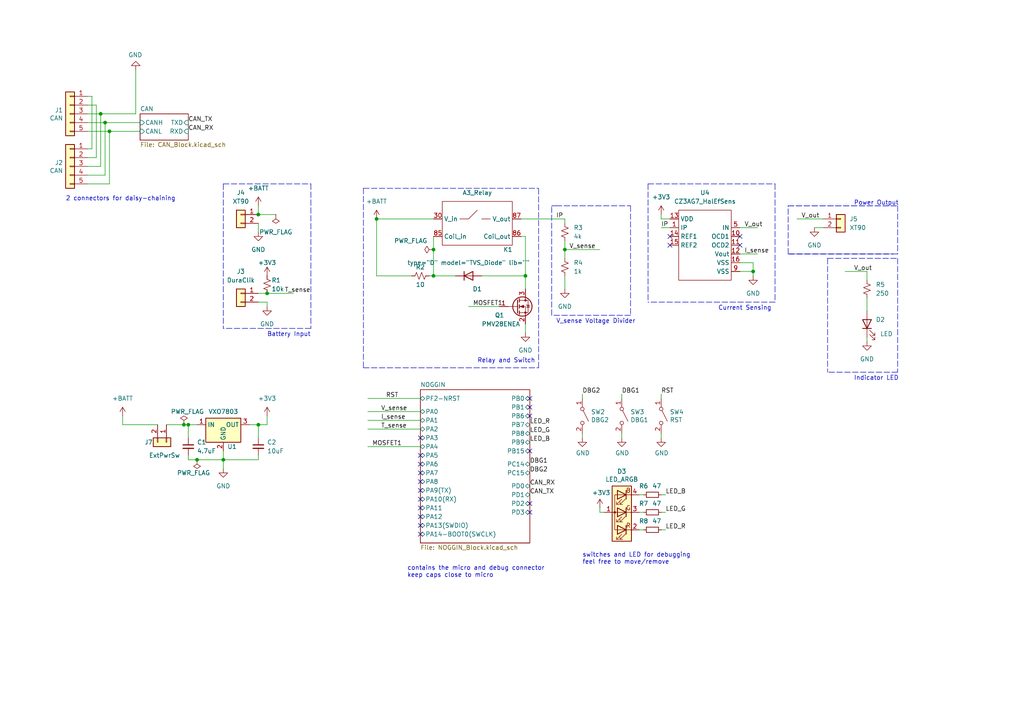
<source format=kicad_sch>
(kicad_sch (version 20211123) (generator eeschema)
  (paper "A4")
  (lib_symbols
    (symbol "BMS_Library:A3_Relay"
      (property "Reference" "K" (at 6.35 -10.16 0))
      (property "Value" "A3_Relay" (at 0 5.08 0))
      (symbol "A3_Relay_0_1"
        (rectangle (start -10.16 3.81) (end 10.16 -8.89))
        (polyline (pts (xy 1.27 -1.27) (xy 3.81 -1.27)))
        (polyline (pts (xy -5.08 -1.27) (xy -2.54 -1.27) (xy 0 1.27)))
      )
      (symbol "A3_Relay_1_1"
        (pin power_in line (at -12.7 -1.27 0) (length 2.54) (name "V_in") (number "30"))
        (pin power_in line (at -12.7 -6.35 0) (length 2.54) (name "Coil_in") (number "85"))
        (pin power_out line (at 12.7 -6.35 180) (length 2.54) (name "Coil_out") (number "86"))
        (pin power_out line (at 12.7 -1.27 180) (length 2.54) (name "V_out") (number "87"))
      )
    )
    (symbol "BMS_Library:CZ3AG7_HalEfSens"
      (property "Reference" "U" (at -1.27 8.89 0))
      (property "Value" "CZ3AG7_HalEfSens" (at -1.27 -13.97 0))
      (symbol "CZ3AG7_HalEfSens_0_1"
        (rectangle (start -8.89 7.62) (end 6.35 -12.7))
      )
      (symbol "CZ3AG7_HalEfSens_1_1"
        (pin input line (at -11.43 2.54 0) (length 2.54) (name "IP") (number "1"))
        (pin output line (at 8.89 0 180) (length 2.54) (name "OCD1") (number "10"))
        (pin output line (at 8.89 -2.54 180) (length 2.54) (name "OCD2") (number "11"))
        (pin output line (at 8.89 -5.08 180) (length 2.54) (name "Vout") (number "12"))
        (pin power_in line (at -11.43 5.08 0) (length 2.54) (name "VDD") (number "13"))
        (pin input line (at -11.43 0 0) (length 2.54) (name "REF1") (number "14"))
        (pin input line (at -11.43 -2.54 0) (length 2.54) (name "REF2") (number "15"))
        (pin power_in line (at 8.89 -7.62 180) (length 2.54) (name "VSS") (number "16"))
        (pin output line (at 8.89 2.54 180) (length 2.54) (name "IN") (number "5"))
        (pin power_in line (at 8.89 -10.16 180) (length 2.54) (name "VSS") (number "9"))
      )
    )
    (symbol "Connector_Generic:Conn_01x02" (pin_names (offset 1.016) hide)
      (property "Reference" "J" (at 0 2.54 0))
      (property "Value" "Conn_01x02" (at 0 -5.08 0))
      (symbol "Conn_01x02_1_1"
        (rectangle (start -1.27 -2.413) (end 0 -2.667) (stroke (width 0.1524)))
        (rectangle (start -1.27 0.127) (end 0 -0.127) (stroke (width 0.1524)))
        (rectangle (start -1.27 1.27) (end 1.27 -3.81) (stroke (width 0.254)) (fill (type background)))
        (pin passive line (at -5.08 0 0) (length 3.81) (name "Pin_1") (number "1"))
        (pin passive line (at -5.08 -2.54 0) (length 3.81) (name "Pin_2") (number "2"))
      )
    )
    (symbol "Connector_Generic:Conn_01x05" (pin_names (offset 1.016) hide)
      (property "Reference" "J" (at 0 7.62 0))
      (property "Value" "Conn_01x05" (at 0 -7.62 0))
      (symbol "Conn_01x05_1_1"
        (rectangle (start -1.27 -4.953) (end 0 -5.207) (stroke (width 0.1524)))
        (rectangle (start -1.27 -2.413) (end 0 -2.667) (stroke (width 0.1524)))
        (rectangle (start -1.27 0.127) (end 0 -0.127) (stroke (width 0.1524)))
        (rectangle (start -1.27 2.667) (end 0 2.413) (stroke (width 0.1524)))
        (rectangle (start -1.27 5.207) (end 0 4.953) (stroke (width 0.1524)))
        (rectangle (start -1.27 6.35) (end 1.27 -6.35) (stroke (width 0.254)) (fill (type background)))
        (pin passive line (at -5.08 5.08 0) (length 3.81) (name "Pin_1") (number "1"))
        (pin passive line (at -5.08 2.54 0) (length 3.81) (name "Pin_2") (number "2"))
        (pin passive line (at -5.08 0 0) (length 3.81) (name "Pin_3") (number "3"))
        (pin passive line (at -5.08 -2.54 0) (length 3.81) (name "Pin_4") (number "4"))
        (pin passive line (at -5.08 -5.08 0) (length 3.81) (name "Pin_5") (number "5"))
      )
    )
    (symbol "Converter_DCDC:OKI-78SR-5_1.5-W36-C"
      (property "Reference" "U" (at -3.81 3.175 0))
      (property "Value" "OKI-78SR-5_1.5-W36-C" (at 0 3.175 0))
      (symbol "OKI-78SR-5_1.5-W36-C_0_1"
        (rectangle (start -5.08 1.905) (end 5.08 -5.08) (stroke (width 0.254)) (fill (type background)))
      )
      (symbol "OKI-78SR-5_1.5-W36-C_1_1"
        (pin power_in line (at -7.62 0 0) (length 2.54) (name "IN") (number "1"))
        (pin power_in line (at 0 -7.62 90) (length 2.54) (name "GND") (number "2"))
        (pin power_out line (at 7.62 0 180) (length 2.54) (name "OUT") (number "3"))
      )
    )
    (symbol "Device:C_Small" (pin_numbers hide) (pin_names (offset 0.254) hide)
      (property "Reference" "C" (at 0.254 1.778 0))
      (property "Value" "C_Small" (at 0.254 -2.032 0))
      (symbol "C_Small_0_1"
        (polyline (pts (xy -1.524 -0.508) (xy 1.524 -0.508)) (stroke (width 0.3302)))
        (polyline (pts (xy -1.524 0.508) (xy 1.524 0.508)) (stroke (width 0.3048)))
      )
      (symbol "C_Small_1_1"
        (pin passive line (at 0 2.54 270) (length 2.032) (name "~") (number "1"))
        (pin passive line (at 0 -2.54 90) (length 2.032) (name "~") (number "2"))
      )
    )
    (symbol "Device:LED" (pin_numbers hide) (pin_names (offset 1.016) hide)
      (property "Reference" "D" (at 0 2.54 0))
      (property "Value" "LED" (at 0 -2.54 0))
      (symbol "LED_0_1"
        (polyline (pts (xy -1.27 -1.27) (xy -1.27 1.27)) (stroke (width 0.254)))
        (polyline (pts (xy -1.27 0) (xy 1.27 0)))
        (polyline (pts (xy 1.27 -1.27) (xy 1.27 1.27) (xy -1.27 0) (xy 1.27 -1.27)) (stroke (width 0.254)))
        (polyline (pts (xy -3.048 -0.762) (xy -4.572 -2.286) (xy -3.81 -2.286) (xy -4.572 -2.286) (xy -4.572 -1.524)))
        (polyline (pts (xy -1.778 -0.762) (xy -3.302 -2.286) (xy -2.54 -2.286) (xy -3.302 -2.286) (xy -3.302 -1.524)))
      )
      (symbol "LED_1_1"
        (pin passive line (at -3.81 0 0) (length 2.54) (name "K") (number "1"))
        (pin passive line (at 3.81 0 180) (length 2.54) (name "A") (number "2"))
      )
    )
    (symbol "Device:LED_ARGB" (pin_names (offset 0) hide)
      (property "Reference" "D" (at 0 9.398 0))
      (property "Value" "LED_ARGB" (at 0 -8.89 0))
      (symbol "LED_ARGB_0_0"
        (text "B" (at -1.905 -6.35 0) (effects (font (size 1.27 1.27))))
        (text "G" (at -1.905 -1.27 0) (effects (font (size 1.27 1.27))))
        (text "R" (at -1.905 3.81 0) (effects (font (size 1.27 1.27))))
      )
      (symbol "LED_ARGB_0_1"
        (polyline (pts (xy -1.27 -5.08) (xy -2.54 -5.08)))
        (polyline (pts (xy -1.27 -5.08) (xy 1.27 -5.08)))
        (polyline (pts (xy -1.27 -3.81) (xy -1.27 -6.35)) (stroke (width 0.254)))
        (polyline (pts (xy -1.27 0) (xy -2.54 0)))
        (polyline (pts (xy -1.27 1.27) (xy -1.27 -1.27)) (stroke (width 0.254)))
        (polyline (pts (xy -1.27 5.08) (xy -2.54 5.08)))
        (polyline (pts (xy -1.27 5.08) (xy 1.27 5.08)))
        (polyline (pts (xy -1.27 6.35) (xy -1.27 3.81)) (stroke (width 0.254)))
        (polyline (pts (xy 1.27 0) (xy -1.27 0)))
        (polyline (pts (xy 1.27 0) (xy 2.54 0)))
        (polyline (pts (xy -1.27 1.27) (xy -1.27 -1.27) (xy -1.27 -1.27)))
        (polyline (pts (xy -1.27 6.35) (xy -1.27 3.81) (xy -1.27 3.81)))
        (polyline (pts (xy 1.27 -5.08) (xy 2.032 -5.08) (xy 2.032 5.08) (xy 1.27 5.08)))
        (polyline (pts (xy 1.27 -3.81) (xy 1.27 -6.35) (xy -1.27 -5.08) (xy 1.27 -3.81)) (stroke (width 0.254)))
        (polyline (pts (xy 1.27 1.27) (xy 1.27 -1.27) (xy -1.27 0) (xy 1.27 1.27)) (stroke (width 0.254)))
        (polyline (pts (xy 1.27 6.35) (xy 1.27 3.81) (xy -1.27 5.08) (xy 1.27 6.35)) (stroke (width 0.254)))
        (polyline (pts (xy -1.016 -3.81) (xy 0.508 -2.286) (xy -0.254 -2.286) (xy 0.508 -2.286) (xy 0.508 -3.048)))
        (polyline (pts (xy -1.016 1.27) (xy 0.508 2.794) (xy -0.254 2.794) (xy 0.508 2.794) (xy 0.508 2.032)))
        (polyline (pts (xy -1.016 6.35) (xy 0.508 7.874) (xy -0.254 7.874) (xy 0.508 7.874) (xy 0.508 7.112)))
        (polyline (pts (xy 0 -3.81) (xy 1.524 -2.286) (xy 0.762 -2.286) (xy 1.524 -2.286) (xy 1.524 -3.048)))
        (polyline (pts (xy 0 1.27) (xy 1.524 2.794) (xy 0.762 2.794) (xy 1.524 2.794) (xy 1.524 2.032)))
        (polyline (pts (xy 0 6.35) (xy 1.524 7.874) (xy 0.762 7.874) (xy 1.524 7.874) (xy 1.524 7.112)))
        (rectangle (start 1.27 -1.27) (end 1.27 1.27))
        (rectangle (start 1.27 1.27) (end 1.27 1.27))
        (rectangle (start 1.27 3.81) (end 1.27 6.35))
        (rectangle (start 1.27 6.35) (end 1.27 6.35))
        (circle (center 2.032 0) (radius 0.254) (fill (type outline)))
        (rectangle (start 2.794 8.382) (end -2.794 -7.62) (stroke (width 0.254)) (fill (type background)))
      )
      (symbol "LED_ARGB_1_1"
        (pin passive line (at 5.08 0 180) (length 2.54) (name "A") (number "1"))
        (pin passive line (at -5.08 5.08 0) (length 2.54) (name "RK") (number "2"))
        (pin passive line (at -5.08 0 0) (length 2.54) (name "GK") (number "3"))
        (pin passive line (at -5.08 -5.08 0) (length 2.54) (name "BK") (number "4"))
      )
    )
    (symbol "Device:Q_NMOS_GSD" (pin_names (offset 0) hide)
      (property "Reference" "Q" (at 5.08 1.27 0))
      (property "Value" "Q_NMOS_GSD" (at 5.08 -1.27 0))
      (symbol "Q_NMOS_GSD_0_1"
        (polyline (pts (xy 0.254 0) (xy -2.54 0)))
        (polyline (pts (xy 0.254 1.905) (xy 0.254 -1.905)) (stroke (width 0.254)))
        (polyline (pts (xy 0.762 -1.27) (xy 0.762 -2.286)) (stroke (width 0.254)))
        (polyline (pts (xy 0.762 0.508) (xy 0.762 -0.508)) (stroke (width 0.254)))
        (polyline (pts (xy 0.762 2.286) (xy 0.762 1.27)) (stroke (width 0.254)))
        (polyline (pts (xy 2.54 2.54) (xy 2.54 1.778)))
        (polyline (pts (xy 2.54 -2.54) (xy 2.54 0) (xy 0.762 0)))
        (polyline (pts (xy 0.762 -1.778) (xy 3.302 -1.778) (xy 3.302 1.778) (xy 0.762 1.778)))
        (polyline (pts (xy 1.016 0) (xy 2.032 0.381) (xy 2.032 -0.381) (xy 1.016 0)) (fill (type outline)))
        (polyline (pts (xy 2.794 0.508) (xy 2.921 0.381) (xy 3.683 0.381) (xy 3.81 0.254)))
        (polyline (pts (xy 3.302 0.381) (xy 2.921 -0.254) (xy 3.683 -0.254) (xy 3.302 0.381)))
        (circle (center 1.651 0) (radius 2.794) (stroke (width 0.254)))
        (circle (center 2.54 -1.778) (radius 0.254) (fill (type outline)))
        (circle (center 2.54 1.778) (radius 0.254) (fill (type outline)))
      )
      (symbol "Q_NMOS_GSD_1_1"
        (pin input line (at -5.08 0 0) (length 2.54) (name "G") (number "1"))
        (pin passive line (at 2.54 -5.08 90) (length 2.54) (name "S") (number "2"))
        (pin passive line (at 2.54 5.08 270) (length 2.54) (name "D") (number "3"))
      )
    )
    (symbol "Device:R_Small" (pin_numbers hide) (pin_names (offset 0.254) hide)
      (property "Reference" "R" (at 0.762 0.508 0))
      (property "Value" "R_Small" (at 0.762 -1.016 0))
      (symbol "R_Small_0_1"
        (rectangle (start -0.762 1.778) (end 0.762 -1.778) (stroke (width 0.2032)))
      )
      (symbol "R_Small_1_1"
        (pin passive line (at 0 2.54 270) (length 0.762) (name "~") (number "1"))
        (pin passive line (at 0 -2.54 90) (length 0.762) (name "~") (number "2"))
      )
    )
    (symbol "Device:R_Small_US" (pin_numbers hide) (pin_names (offset 0.254) hide)
      (property "Reference" "R" (at 0.762 0.508 0))
      (property "Value" "R_Small_US" (at 0.762 -1.016 0))
      (symbol "R_Small_US_1_1"
        (polyline (pts (xy 0 0) (xy 1.016 -0.381) (xy 0 -0.762) (xy -1.016 -1.143) (xy 0 -1.524)))
        (polyline (pts (xy 0 1.524) (xy 1.016 1.143) (xy 0 0.762) (xy -1.016 0.381) (xy 0 0)))
        (pin passive line (at 0 2.54 270) (length 1.016) (name "~") (number "1"))
        (pin passive line (at 0 -2.54 90) (length 1.016) (name "~") (number "2"))
      )
    )
    (symbol "Simulation_SPICE:DIODE" (pin_numbers hide) (pin_names (offset 1.016) hide)
      (property "Reference" "D" (at 0 2.54 0))
      (property "Value" "DIODE" (at 0 -2.54 0))
      (symbol "DIODE_0_1"
        (polyline (pts (xy 1.27 0) (xy -1.27 0)))
        (polyline (pts (xy 1.27 1.27) (xy 1.27 -1.27)) (stroke (width 0.254)))
        (polyline (pts (xy -1.27 -1.27) (xy -1.27 1.27) (xy 1.27 0) (xy -1.27 -1.27)) (stroke (width 0.254)))
      )
      (symbol "DIODE_1_1"
        (pin passive line (at -3.81 0 0) (length 2.54) (name "A") (number "1"))
        (pin passive line (at 3.81 0 180) (length 2.54) (name "K") (number "2"))
      )
    )
    (symbol "Switch:SW_SPST" (pin_names (offset 0) hide)
      (property "Reference" "SW" (at 0 3.175 0))
      (property "Value" "SW_SPST" (at 0 -2.54 0))
      (symbol "SW_SPST_0_0"
        (circle (center -2.032 0) (radius 0.508))
        (polyline (pts (xy -1.524 0.254) (xy 1.524 1.778)))
        (circle (center 2.032 0) (radius 0.508))
      )
      (symbol "SW_SPST_1_1"
        (pin passive line (at -5.08 0 0) (length 2.54) (name "A") (number "1"))
        (pin passive line (at 5.08 0 180) (length 2.54) (name "B") (number "2"))
      )
    )
    (symbol "power:+3.3V" (power) (pin_names (offset 0))
      (property "Value" "+3.3V" (at 0 3.556 0))
      (symbol "+3.3V_0_1"
        (polyline (pts (xy -0.762 1.27) (xy 0 2.54)))
        (polyline (pts (xy 0 0) (xy 0 2.54)))
        (polyline (pts (xy 0 2.54) (xy 0.762 1.27)))
      )
      (symbol "+3.3V_1_1"
        (pin power_in line (at 0 0 90) (length 0) hide (name "+3V3") (number "1"))
      )
    )
    (symbol "power:+3V3" (power) (pin_names (offset 0))
      (property "Value" "+3V3" (at 0 3.556 0))
      (symbol "+3V3_0_1"
        (polyline (pts (xy -0.762 1.27) (xy 0 2.54)))
        (polyline (pts (xy 0 0) (xy 0 2.54)))
        (polyline (pts (xy 0 2.54) (xy 0.762 1.27)))
      )
      (symbol "+3V3_1_1"
        (pin power_in line (at 0 0 90) (length 0) hide (name "+3V3") (number "1"))
      )
    )
    (symbol "power:+BATT" (power) (pin_names (offset 0))
      (property "Value" "+BATT" (at 0 3.556 0))
      (symbol "+BATT_0_1"
        (polyline (pts (xy -0.762 1.27) (xy 0 2.54)))
        (polyline (pts (xy 0 0) (xy 0 2.54)))
        (polyline (pts (xy 0 2.54) (xy 0.762 1.27)))
      )
      (symbol "+BATT_1_1"
        (pin power_in line (at 0 0 90) (length 0) hide (name "+BATT") (number "1"))
      )
    )
    (symbol "power:GND" (power) (pin_names (offset 0))
      (property "Value" "GND" (at 0 -3.81 0))
      (symbol "GND_0_1"
        (polyline (pts (xy 0 0) (xy 0 -1.27) (xy 1.27 -1.27) (xy 0 -2.54) (xy -1.27 -1.27) (xy 0 -1.27)))
      )
      (symbol "GND_1_1"
        (pin power_in line (at 0 0 270) (length 0) hide (name "GND") (number "1"))
      )
    )
    (symbol "power:PWR_FLAG" (power) (pin_numbers hide) (pin_names (offset 0) hide)
      (property "Value" "PWR_FLAG" (at 0 3.81 0))
      (symbol "PWR_FLAG_0_0"
        (pin power_out line (at 0 0 90) (length 0) (name "pwr") (number "1"))
      )
      (symbol "PWR_FLAG_0_1"
        (polyline (pts (xy 0 0) (xy 0 1.27) (xy -1.016 1.905) (xy 0 2.54) (xy 1.016 1.905) (xy 0 1.27)))
      )
    )
  )
  (junction (at 64.77 133.35))
  (junction (at 77.47 85.09))
  (junction (at 152.4 80.01))
  (junction (at 125.73 80.01))
  (junction (at 109.22 63.5))
  (junction (at 57.15 133.35))
  (junction (at 125.73 72.39))
  (junction (at 74.93 123.19))
  (junction (at 29.21 33.02))
  (junction (at 30.48 35.56))
  (junction (at 53.34 123.19))
  (junction (at 74.93 62.23))
  (junction (at 163.83 72.39))
  (junction (at 218.44 78.74))
  (junction (at 31.75 38.1))
  (junction (at 54.61 123.19))
  (no_connect (at 153.67 118.11))
  (no_connect (at 153.67 120.65))
  (no_connect (at 121.92 139.7))
  (no_connect (at 121.92 142.24))
  (no_connect (at 153.67 146.05))
  (no_connect (at 153.67 148.59))
  (no_connect (at 153.67 130.81))
  (no_connect (at 121.92 127))
  (no_connect (at 121.92 132.08))
  (no_connect (at 121.92 134.62))
  (no_connect (at 121.92 137.16))
  (no_connect (at 153.67 115.57))
  (no_connect (at 121.92 144.78))
  (no_connect (at 121.92 147.32))
  (no_connect (at 121.92 149.86))
  (no_connect (at 121.92 152.4))
  (no_connect (at 121.92 154.94))
  (no_connect (at 194.31 71.12))
  (no_connect (at 194.31 68.58))
  (no_connect (at 214.63 68.58))
  (no_connect (at 214.63 71.12))
  (wire (pts (xy 191.77 66.04) (xy 194.31 66.04)))
  (wire (pts (xy 173.99 147.32) (xy 173.99 148.59)))
  (wire (pts (xy 163.83 80.01) (xy 163.83 83.82)))
  (polyline (pts (xy 105.41 54.61) (xy 156.21 54.61)))
  (wire (pts (xy 77.47 120.65) (xy 77.47 123.19)))
  (wire (pts (xy 236.22 66.04) (xy 238.76 66.04)))
  (wire (pts (xy 74.93 123.19) (xy 74.93 127)))
  (wire (pts (xy 151.13 63.5) (xy 163.83 63.5)))
  (polyline (pts (xy 260.35 59.69) (xy 260.35 73.66)))
  (wire (pts (xy 74.93 87.63) (xy 77.47 87.63)))
  (wire (pts (xy 152.4 93.98) (xy 152.4 96.52)))
  (wire (pts (xy 231.14 63.5) (xy 238.76 63.5)))
  (wire (pts (xy 106.68 115.57) (xy 121.92 115.57)))
  (wire (pts (xy 29.21 48.26) (xy 29.21 33.02)))
  (wire (pts (xy 39.37 33.02) (xy 39.37 20.32)))
  (wire (pts (xy 77.47 85.09) (xy 85.09 85.09)))
  (wire (pts (xy 54.61 132.08) (xy 54.61 133.35)))
  (wire (pts (xy 25.4 30.48) (xy 27.94 30.48)))
  (wire (pts (xy 109.22 80.01) (xy 109.22 63.5)))
  (wire (pts (xy 40.64 35.56) (xy 30.48 35.56)))
  (wire (pts (xy 125.73 80.01) (xy 125.73 72.39)))
  (wire (pts (xy 74.93 123.19) (xy 77.47 123.19)))
  (polyline (pts (xy 90.17 53.34) (xy 90.17 95.25)))
  (wire (pts (xy 168.91 114.3) (xy 168.91 115.57)))
  (polyline (pts (xy 187.96 53.34) (xy 187.96 87.63)))
  (wire (pts (xy 54.61 133.35) (xy 57.15 133.35)))
  (wire (pts (xy 251.46 86.36) (xy 251.46 90.17)))
  (wire (pts (xy 31.75 38.1) (xy 40.64 38.1)))
  (polyline (pts (xy 228.6 59.69) (xy 260.35 59.69)))
  (wire (pts (xy 106.68 129.54) (xy 121.92 129.54)))
  (wire (pts (xy 185.42 153.67) (xy 186.69 153.67)))
  (wire (pts (xy 74.93 85.09) (xy 77.47 85.09)))
  (polyline (pts (xy 160.02 59.69) (xy 161.29 59.69)))
  (polyline (pts (xy 64.77 53.34) (xy 90.17 53.34)))
  (wire (pts (xy 64.77 133.35) (xy 64.77 135.89)))
  (polyline (pts (xy 182.88 59.69) (xy 182.88 91.44)))
  (polyline (pts (xy 90.17 95.25) (xy 64.77 95.25)))
  (polyline (pts (xy 187.96 53.34) (xy 224.79 53.34)))
  (wire (pts (xy 191.77 62.23) (xy 191.77 63.5)))
  (wire (pts (xy 25.4 27.94) (xy 26.67 27.94)))
  (polyline (pts (xy 156.21 106.68) (xy 156.21 54.61)))
  (wire (pts (xy 168.91 127) (xy 168.91 125.73)))
  (wire (pts (xy 48.26 123.19) (xy 53.34 123.19)))
  (wire (pts (xy 74.93 132.08) (xy 74.93 133.35)))
  (wire (pts (xy 54.61 123.19) (xy 57.15 123.19)))
  (wire (pts (xy 135.89 88.9) (xy 144.78 88.9)))
  (wire (pts (xy 218.44 76.2) (xy 218.44 78.74)))
  (wire (pts (xy 25.4 43.18) (xy 26.67 43.18)))
  (wire (pts (xy 74.93 62.23) (xy 80.01 62.23)))
  (wire (pts (xy 26.67 43.18) (xy 26.67 27.94)))
  (polyline (pts (xy 260.35 107.95) (xy 240.03 107.95)))
  (polyline (pts (xy 105.41 106.68) (xy 156.21 106.68)))
  (wire (pts (xy 30.48 50.8) (xy 30.48 35.56)))
  (wire (pts (xy 119.38 80.01) (xy 109.22 80.01)))
  (polyline (pts (xy 228.6 73.66) (xy 228.6 59.69)))
  (polyline (pts (xy 260.35 74.93) (xy 260.35 107.95)))
  (wire (pts (xy 124.46 80.01) (xy 125.73 80.01)))
  (wire (pts (xy 214.63 76.2) (xy 218.44 76.2)))
  (wire (pts (xy 109.22 63.5) (xy 125.73 63.5)))
  (wire (pts (xy 151.13 68.58) (xy 152.4 68.58)))
  (wire (pts (xy 29.21 33.02) (xy 39.37 33.02)))
  (polyline (pts (xy 240.03 74.93) (xy 260.35 74.93)))
  (wire (pts (xy 106.68 124.46) (xy 121.92 124.46)))
  (wire (pts (xy 72.39 123.19) (xy 74.93 123.19)))
  (polyline (pts (xy 240.03 74.93) (xy 240.03 107.95)))
  (wire (pts (xy 125.73 72.39) (xy 125.73 68.58)))
  (wire (pts (xy 106.68 119.38) (xy 121.92 119.38)))
  (wire (pts (xy 74.93 133.35) (xy 64.77 133.35)))
  (wire (pts (xy 191.77 127) (xy 191.77 125.73)))
  (wire (pts (xy 152.4 80.01) (xy 152.4 83.82)))
  (wire (pts (xy 74.93 59.69) (xy 74.93 62.23)))
  (wire (pts (xy 163.83 72.39) (xy 173.99 72.39)))
  (wire (pts (xy 57.15 133.35) (xy 64.77 133.35)))
  (wire (pts (xy 191.77 153.67) (xy 193.04 153.67)))
  (wire (pts (xy 152.4 80.01) (xy 139.7 80.01)))
  (wire (pts (xy 191.77 148.59) (xy 193.04 148.59)))
  (wire (pts (xy 77.47 87.63) (xy 77.47 88.9)))
  (wire (pts (xy 30.48 35.56) (xy 25.4 35.56)))
  (polyline (pts (xy 224.79 87.63) (xy 187.96 87.63)))
  (wire (pts (xy 25.4 50.8) (xy 30.48 50.8)))
  (wire (pts (xy 35.56 123.19) (xy 45.72 123.19)))
  (polyline (pts (xy 260.35 73.66) (xy 228.6 73.66)))
  (wire (pts (xy 25.4 38.1) (xy 31.75 38.1)))
  (wire (pts (xy 53.34 123.19) (xy 54.61 123.19)))
  (wire (pts (xy 185.42 143.51) (xy 186.69 143.51)))
  (wire (pts (xy 132.08 80.01) (xy 125.73 80.01)))
  (polyline (pts (xy 105.41 54.61) (xy 105.41 106.68)))
  (wire (pts (xy 218.44 78.74) (xy 218.44 80.01)))
  (polyline (pts (xy 228.6 59.69) (xy 260.35 59.69)))
  (wire (pts (xy 194.31 63.5) (xy 191.77 63.5)))
  (wire (pts (xy 25.4 45.72) (xy 27.94 45.72)))
  (wire (pts (xy 64.77 130.81) (xy 64.77 133.35)))
  (polyline (pts (xy 224.79 53.34) (xy 224.79 87.63)))
  (polyline (pts (xy 228.6 73.66) (xy 259.08 73.66)))
  (wire (pts (xy 214.63 73.66) (xy 219.71 73.66)))
  (polyline (pts (xy 161.29 59.69) (xy 182.88 59.69)))
  (wire (pts (xy 251.46 81.28) (xy 251.46 78.74)))
  (wire (pts (xy 251.46 97.79) (xy 251.46 99.06)))
  (wire (pts (xy 152.4 68.58) (xy 152.4 80.01)))
  (wire (pts (xy 163.83 69.85) (xy 163.83 72.39)))
  (wire (pts (xy 191.77 143.51) (xy 193.04 143.51)))
  (wire (pts (xy 74.93 64.77) (xy 74.93 67.31)))
  (wire (pts (xy 25.4 33.02) (xy 29.21 33.02)))
  (wire (pts (xy 214.63 66.04) (xy 219.71 66.04)))
  (polyline (pts (xy 64.77 53.34) (xy 64.77 95.25)))
  (wire (pts (xy 106.68 121.92) (xy 121.92 121.92)))
  (wire (pts (xy 25.4 48.26) (xy 29.21 48.26)))
  (wire (pts (xy 180.34 127) (xy 180.34 125.73)))
  (wire (pts (xy 54.61 123.19) (xy 54.61 127)))
  (polyline (pts (xy 160.02 91.44) (xy 160.02 59.69)))
  (wire (pts (xy 163.83 72.39) (xy 163.83 74.93)))
  (wire (pts (xy 35.56 120.65) (xy 35.56 123.19)))
  (wire (pts (xy 31.75 53.34) (xy 31.75 38.1)))
  (wire (pts (xy 163.83 63.5) (xy 163.83 64.77)))
  (polyline (pts (xy 182.88 91.44) (xy 160.02 91.44)))
  (wire (pts (xy 185.42 148.59) (xy 186.69 148.59)))
  (wire (pts (xy 27.94 45.72) (xy 27.94 30.48)))
  (wire (pts (xy 25.4 53.34) (xy 31.75 53.34)))
  (wire (pts (xy 218.44 78.74) (xy 214.63 78.74)))
  (wire (pts (xy 245.11 78.74) (xy 251.46 78.74)))
  (wire (pts (xy 191.77 114.3) (xy 191.77 115.57)))
  (wire (pts (xy 180.34 114.3) (xy 180.34 115.57)))
  (wire (pts (xy 173.99 148.59) (xy 175.26 148.59)))
  (text "2 connectors for daisy-chaining" (at 19.05 58.42 0) (effects (font (size 1.27 1.27)) (justify left bottom)))
  (text "V_sense Voltage Divider" (at 161.29 93.98 0) (effects (font (size 1.27 1.27)) (justify left bottom)))
  (text "Power Output\n" (at 247.65 59.69 0) (effects (font (size 1.27 1.27)) (justify left bottom)))
  (text "switches and LED for debugging\nfeel free to move/remove" (at 168.91 163.83 0) (effects (font (size 1.27 1.27)) (justify left bottom)))
  (text "Current Sensing\n" (at 208.28 90.17 0) (effects (font (size 1.27 1.27)) (justify left bottom)))
  (text "contains the micro and debug connector\nkeep caps close to micro" (at 118.11 167.64 0) (effects (font (size 1.27 1.27)) (justify left bottom)))
  (text "Indicator LED" (at 247.65 110.49 0) (effects (font (size 1.27 1.27)) (justify left bottom)))
  (text "Battery Input" (at 77.47 97.79 0) (effects (font (size 1.27 1.27)) (justify left bottom)))
  (text "Relay and Switch" (at 138.43 105.41 0) (effects (font (size 1.27 1.27)) (justify left bottom)))
  (label "IP" (at 191.77 66.04 0))
  (label "CAN_RX" (at 153.67 140.97 0))
  (label "IP" (at 161.29 63.5 0))
  (label "T_sense" (at 110.49 124.46 0))
  (label "LED_B" (at 153.67 128.27 0))
  (label "V_out" (at 232.41 63.5 0))
  (label "LED_B" (at 193.04 143.51 0))
  (label "V_out" (at 247.65 78.74 0))
  (label "RST" (at 115.57 115.57 180))
  (label "CAN_RX" (at 54.61 38.1 0))
  (label "LED_R" (at 153.67 123.19 0))
  (label "LED_G" (at 153.67 125.73 0))
  (label "V_sense" (at 165.1 72.39 0))
  (label "CAN_TX" (at 153.67 143.51 0))
  (label "MOSFET1" (at 137.16 88.9 0))
  (label "DBG1" (at 180.34 114.3 0))
  (label "I_sense" (at 215.9 73.66 0))
  (label "LED_R" (at 193.04 153.67 0))
  (label "LED_G" (at 193.04 148.59 0))
  (label "MOSFET1" (at 107.95 129.54 0))
  (label "DBG2" (at 168.91 114.3 0))
  (label "I_sense" (at 110.49 121.92 0))
  (label "DBG1" (at 153.67 134.62 0))
  (label "T_sense" (at 82.55 85.09 0))
  (label "CAN_TX" (at 54.61 35.56 0))
  (label "V_sense" (at 110.49 119.38 0))
  (label "RST" (at 191.77 114.3 0))
  (label "DBG2" (at 153.67 137.16 0))
  (label "V_out" (at 215.9 66.04 0))
  (symbol (lib_id "Switch:SW_SPST") (at 168.91 120.65 270) (unit 1)
    (property "Reference" "SW2" (at 171.3992 119.4816 90) (effects (justify left)))
    (property "Value" "DBG2" (at 171.3992 121.793 90) (effects (justify left)))
    (property "Footprint" "Button_Switch_SMD:SW_SPST_PTS810" (effects hide))
  )
  (symbol (lib_id "power:GND") (at 168.91 127 0) (unit 1)
    (property "Reference" "#PWR015" (effects hide))
    (property "Value" "GND" (at 169.037 131.3942 0))
  )
  (symbol (lib_id "Device:LED_ARGB") (at 180.34 148.59 180) (unit 1)
    (property "Reference" "D3" (at 180.34 136.7282 0))
    (property "Value" "LED_ARGB" (at 180.34 139.0396 0))
    (property "Footprint" "LED_SMD:LED_Cree-PLCC4_2x2mm_CW" (effects hide))
  )
  (symbol (lib_id "Device:R_Small") (at 189.23 143.51 270) (unit 1)
    (property "Reference" "R6" (at 186.69 140.97 90))
    (property "Value" "47" (at 190.5 140.97 90))
    (property "Footprint" "Resistor_SMD:R_0603_1608Metric" (effects hide))
  )
  (symbol (lib_id "Device:R_Small") (at 189.23 148.59 270) (unit 1)
    (property "Reference" "R7" (at 186.69 146.05 90))
    (property "Value" "47" (at 190.5 146.05 90))
    (property "Footprint" "Resistor_SMD:R_0603_1608Metric" (effects hide))
  )
  (symbol (lib_id "Device:R_Small") (at 189.23 153.67 270) (unit 1)
    (property "Reference" "R8" (at 186.69 151.13 90))
    (property "Value" "47" (at 190.5 151.13 90))
    (property "Footprint" "Resistor_SMD:R_0603_1608Metric" (effects hide))
  )
  (symbol (lib_id "power:+3V3") (at 173.99 147.32 0) (unit 1)
    (property "Reference" "#PWR016" (effects hide))
    (property "Value" "+3V3" (at 174.371 142.9258 0))
  )
  (symbol (lib_id "Connector_Generic:Conn_01x05") (at 20.32 33.02 0) (mirror y) (unit 1)
    (property "Reference" "J1" (at 18.288 31.9532 0) (effects (justify left)))
    (property "Value" "CAN" (at 18.288 34.2646 0) (effects (justify left)))
    (property "Footprint" "extraparts:Molex_DuraClik_Vert_5pin" (effects hide))
  )
  (symbol (lib_id "Connector_Generic:Conn_01x05") (at 20.32 48.26 0) (mirror y) (unit 1)
    (property "Reference" "J2" (at 18.288 47.1932 0) (effects (justify left)))
    (property "Value" "CAN" (at 18.288 49.5046 0) (effects (justify left)))
    (property "Footprint" "extraparts:Molex_DuraClik_Vert_5pin" (effects hide))
  )
  (symbol (lib_id "power:GND") (at 39.37 20.32 180) (unit 1)
    (property "Reference" "#PWR02" (effects hide))
    (property "Value" "GND" (at 39.243 15.9258 0))
  )
  (symbol (lib_id "Switch:SW_SPST") (at 180.34 120.65 270) (unit 1)
    (property "Reference" "SW3" (at 182.8292 119.4816 90) (effects (justify left)))
    (property "Value" "DBG1" (at 182.8292 121.793 90) (effects (justify left)))
    (property "Footprint" "Button_Switch_SMD:SW_SPST_PTS810" (effects hide))
  )
  (symbol (lib_id "power:GND") (at 180.34 127 0) (unit 1)
    (property "Reference" "#PWR017" (effects hide))
    (property "Value" "GND" (at 180.467 131.3942 0))
  )
  (symbol (lib_id "Switch:SW_SPST") (at 191.77 120.65 270) (unit 1)
    (property "Reference" "SW4" (at 194.2592 119.4816 90) (effects (justify left)))
    (property "Value" "RST" (at 194.2592 121.793 90) (effects (justify left)))
    (property "Footprint" "Button_Switch_SMD:SW_SPST_PTS810" (effects hide))
  )
  (symbol (lib_id "power:GND") (at 191.77 127 0) (unit 1)
    (property "Reference" "#PWR018" (effects hide))
    (property "Value" "GND" (at 191.897 131.3942 0))
  )
  (symbol (lib_id "power:PWR_FLAG") (at 57.15 133.35 180) (unit 1)
    (property "Reference" "#FLG0102" (effects hide))
    (property "Value" "PWR_FLAG" (at 60.96 137.16 0) (effects (justify left)))
  )
  (symbol (lib_id "power:PWR_FLAG") (at 53.34 123.19 0) (unit 1)
    (property "Reference" "#FLG0101" (effects hide))
    (property "Value" "PWR_FLAG" (at 49.53 119.38 0) (effects (justify left)))
  )
  (symbol (lib_id "power:+3.3V") (at 77.47 120.65 0) (unit 1)
    (property "Reference" "#PWR06" (effects hide))
    (property "Value" "+3.3V" (at 77.47 115.57 0))
  )
  (symbol (lib_id "Device:R_Small_US") (at 163.83 77.47 0) (unit 1)
    (property "Reference" "R4" (at 166.37 76.1999 0) (effects (justify left)))
    (property "Value" "1k" (at 166.37 78.7399 0) (effects (justify left)))
    (property "Footprint" "Resistor_SMD:R_0603_1608Metric" (effects hide))
  )
  (symbol (lib_id "power:GND") (at 218.44 80.01 0) (unit 1)
    (property "Reference" "#PWR0101" (effects hide))
    (property "Value" "GND" (at 218.44 85.09 0))
  )
  (symbol (lib_id "Connector_Generic:Conn_01x02") (at 243.84 63.5 0) (unit 1)
    (property "Reference" "J5" (at 246.38 63.4999 0) (effects (justify left)))
    (property "Value" "XT90" (at 246.38 66.0399 0) (effects (justify left)))
    (property "Footprint" "BMS_Library:Conn_XT90" (effects hide))
  )
  (symbol (lib_id "Device:R_Small_US") (at 77.47 82.55 0) (unit 1)
    (property "Reference" "R1" (at 78.74 81.28 0) (effects (justify left)))
    (property "Value" "10k" (at 78.74 83.82 0) (effects (justify left)))
    (property "Footprint" "Resistor_SMD:R_0805_2012Metric" (effects hide))
  )
  (symbol (lib_id "power:PWR_FLAG") (at 80.01 62.23 180) (unit 1)
    (property "Reference" "#FLG01" (effects hide))
    (property "Value" "PWR_FLAG" (at 80.01 67.31 0))
  )
  (symbol (lib_id "Connector_Generic:Conn_01x02") (at 48.26 128.27 270) (unit 1)
    (property "Reference" "J7" (at 41.91 128.27 90) (effects (justify left)))
    (property "Value" "ExtPwrSw" (at 43.18 132.08 90) (effects (justify left)))
    (property "Footprint" "extraparts:Molex_DuraClik_Vert_2pin" (effects hide))
  )
  (symbol (lib_id "power:+BATT") (at 109.22 63.5 0) (unit 1)
    (property "Reference" "#PWR010" (effects hide))
    (property "Value" "+BATT" (at 109.22 58.42 0))
  )
  (symbol (lib_id "power:+3.3V") (at 191.77 62.23 0) (unit 1)
    (property "Reference" "#PWR09" (effects hide))
    (property "Value" "+3.3V" (at 191.77 57.15 0))
  )
  (symbol (lib_id "power:GND") (at 64.77 135.89 0) (unit 1)
    (property "Reference" "#PWR03" (effects hide))
    (property "Value" "GND" (at 64.77 140.97 0))
  )
  (symbol (lib_id "Device:C_Small") (at 54.61 129.54 0) (unit 1)
    (property "Reference" "C1" (at 57.15 128.2762 0) (effects (justify left)))
    (property "Value" "4.7uF" (at 57.15 130.8162 0) (effects (justify left)))
    (property "Footprint" "Capacitor_SMD:C_0603_1608Metric" (effects hide))
  )
  (symbol (lib_id "BMS_Library:CZ3AG7_HalEfSens") (at 205.74 68.58 0) (unit 1)
    (property "Reference" "U4" (at 204.47 55.88 0))
    (property "Value" "CZ3AG7_HalEfSens" (at 204.47 58.42 0))
    (property "Footprint" "BMS_Library:CZ3AG7_HalEfSens" (effects hide))
  )
  (symbol (lib_id "power:GND") (at 251.46 99.06 0) (unit 1)
    (property "Reference" "#PWR014" (effects hide))
    (property "Value" "GND" (at 251.46 104.14 0))
  )
  (symbol (lib_id "BMS_Library:A3_Relay") (at 138.43 62.23 0) (unit 1)
    (property "Reference" "K1" (at 147.32 72.39 0))
    (property "Value" "A3_Relay" (at 138.43 55.88 0))
    (property "Footprint" "BMS_Library:A3_Relay" (effects hide))
  )
  (symbol (lib_id "Device:LED") (at 251.46 93.98 90) (unit 1)
    (property "Reference" "D2" (at 254 92.71 90) (effects (justify right)))
    (property "Value" "LED" (at 255.27 96.8374 90) (effects (justify right)))
    (property "Footprint" "LED_SMD:LED_Cree-PLCC4_2x2mm_CW" (effects hide))
  )
  (symbol (lib_id "Device:R_Small_US") (at 251.46 83.82 180) (unit 1)
    (property "Reference" "R5" (at 254 82.5499 0) (effects (justify right)))
    (property "Value" "250" (at 254 85.0899 0) (effects (justify right)))
    (property "Footprint" "Resistor_SMD:R_0603_1608Metric" (effects hide))
  )
  (symbol (lib_id "power:+BATT") (at 35.56 120.65 0) (unit 1)
    (property "Reference" "#PWR01" (effects hide))
    (property "Value" "+BATT" (at 35.56 115.57 0))
  )
  (symbol (lib_id "power:GND") (at 74.93 67.31 0) (unit 1)
    (property "Reference" "#PWR08" (effects hide))
    (property "Value" "GND" (at 74.93 72.39 0))
  )
  (symbol (lib_id "Device:Q_NMOS_GSD") (at 149.86 88.9 0) (unit 1)
    (property "Reference" "Q1" (at 143.51 91.44 0) (effects (justify left)))
    (property "Value" "PMV28ENEA" (at 139.7 93.98 0) (effects (justify left)))
    (property "Footprint" "Package_TO_SOT_SMD:SOT-23" (effects hide))
  )
  (symbol (lib_id "power:+BATT") (at 74.93 59.69 0) (unit 1)
    (property "Reference" "#PWR07" (effects hide))
    (property "Value" "+BATT" (at 74.93 54.61 0))
  )
  (symbol (lib_id "power:GND") (at 236.22 66.04 0) (unit 1)
    (property "Reference" "#PWR013" (effects hide))
    (property "Value" "GND" (at 236.22 71.12 0))
  )
  (symbol (lib_id "power:PWR_FLAG") (at 125.73 72.39 90) (unit 1)
    (property "Reference" "#FLG02" (effects hide))
    (property "Value" "PWR_FLAG" (at 114.3 69.85 90) (effects (justify right)))
  )
  (symbol (lib_id "power:+3.3V") (at 77.47 80.01 0) (unit 1)
    (property "Reference" "#PWR04" (effects hide))
    (property "Value" "+3.3V" (at 77.47 76.2 0))
  )
  (symbol (lib_id "Converter_DCDC:OKI-78SR-5_1.5-W36-C") (at 64.77 123.19 0) (unit 1)
    (property "Reference" "U1" (at 67.31 129.54 0))
    (property "Value" "VXO7803" (at 64.77 119.38 0))
    (property "Footprint" "Converter_DCDC:Converter_DCDC_Murata_OKI-78SR_Vertical" (effects hide))
    (property "Datasheet" "https://power.murata.com/data/power/oki-78sr.pdf" (effects hide))
  )
  (symbol (lib_id "power:GND") (at 77.47 88.9 0) (unit 1)
    (property "Reference" "#PWR05" (effects hide))
    (property "Value" "GND" (at 77.47 93.98 0))
  )
  (symbol (lib_id "Device:R_Small_US") (at 163.83 67.31 180) (unit 1)
    (property "Reference" "R3" (at 166.37 66.0399 0) (effects (justify right)))
    (property "Value" "4k" (at 166.37 68.5799 0) (effects (justify right)))
    (property "Footprint" "Resistor_SMD:R_1206_3216Metric" (effects hide))
  )
  (symbol (lib_id "Device:R_Small_US") (at 121.92 80.01 90) (unit 1)
    (property "Reference" "R2" (at 121.92 77.47 90))
    (property "Value" "10" (at 121.92 82.55 90))
    (property "Footprint" "Resistor_SMD:R_0805_2012Metric" (effects hide))
  )
  (symbol (lib_id "power:GND") (at 152.4 96.52 0) (unit 1)
    (property "Reference" "#PWR011" (effects hide))
    (property "Value" "GND" (at 152.4 101.6 0))
  )
  (symbol (lib_id "Simulation_SPICE:DIODE") (at 135.89 80.01 180) (unit 1)
    (property "Reference" "D1" (at 138.43 83.82 0))
    (property "Value" "TVS_Diode" (at 135.89 76.2 0))
    (property "Footprint" "Diode_SMD:D_SMC" (effects hide))
    (property "Spice_Netlist_Enabled" "Y" (effects hide))
    (property "Spice_Primitive" "D" (effects hide))
  )
  (symbol (lib_id "Connector_Generic:Conn_01x02") (at 69.85 62.23 0) (mirror y) (unit 1)
    (property "Reference" "J4" (at 69.85 55.88 0))
    (property "Value" "XT90" (at 69.85 58.42 0))
    (property "Footprint" "BMS_Library:Conn_XT90" (effects hide))
  )
  (symbol (lib_id "power:GND") (at 163.83 83.82 0) (unit 1)
    (property "Reference" "#PWR012" (effects hide))
    (property "Value" "GND" (at 163.83 88.9 0))
  )
  (symbol (lib_id "Device:C_Small") (at 74.93 129.54 0) (unit 1)
    (property "Reference" "C2" (at 77.47 128.2762 0) (effects (justify left)))
    (property "Value" "10uF" (at 77.47 130.8162 0) (effects (justify left)))
    (property "Footprint" "Capacitor_SMD:C_0603_1608Metric" (effects hide))
  )
  (symbol (lib_id "Connector_Generic:Conn_01x02") (at 69.85 85.09 0) (mirror y) (unit 1)
    (property "Reference" "J3" (at 69.85 78.74 0))
    (property "Value" "DuraClik" (at 69.85 81.28 0))
    (property "Footprint" "extraparts:Molex_DuraClik_Vert_2pin" (effects hide))
  )
  (sheet (at 40.64 33.02) (size 13.97 7.62)
    (property "Sheet name" "CAN" (at 40.64 32.3084 0) (effects (justify left bottom)))
    (property "Sheet file" "CAN_Block.kicad_sch" (at 40.64 41.2246 0) (effects (justify left top)))
    (pin "TXD" input (at 54.61 35.56 0))
    (pin "RXD" input (at 54.61 38.1 0))
    (pin "CANH" input (at 40.64 35.56 180))
    (pin "CANL" input (at 40.64 38.1 180))
  )
  (sheet (at 121.92 113.03) (size 31.75 44.45)
    (property "Sheet name" "NOGGIN" (at 121.92 112.3184 0) (effects (justify left bottom)))
    (property "Sheet file" "NOGGIN_Block.kicad_sch" (at 121.92 158.0646 0) (effects (justify left top)))
    (pin "PA0" bidirectional (at 121.92 119.38 180))
    (pin "PA1" bidirectional (at 121.92 121.92 180))
    (pin "PA2" bidirectional (at 121.92 124.46 180))
    (pin "PF2-NRST" bidirectional (at 121.92 115.57 180))
    (pin "PA3" bidirectional (at 121.92 127 180))
    (pin "PA4" bidirectional (at 121.92 129.54 180))
    (pin "PA5" bidirectional (at 121.92 132.08 180))
    (pin "PA6" bidirectional (at 121.92 134.62 180))
    (pin "PA7" bidirectional (at 121.92 137.16 180))
    (pin "PB0" bidirectional (at 153.67 115.57 0))
    (pin "PB1" bidirectional (at 153.67 118.11 0))
    (pin "PB6" bidirectional (at 153.67 120.65 0))
    (pin "PB7" bidirectional (at 153.67 123.19 0))
    (pin "PB8" bidirectional (at 153.67 125.73 0))
    (pin "PB9" bidirectional (at 153.67 128.27 0))
    (pin "PB15" bidirectional (at 153.67 130.81 0))
    (pin "PC14" bidirectional (at 153.67 134.62 0))
    (pin "PC15" bidirectional (at 153.67 137.16 0))
    (pin "PA14-BOOT0(SWCLK)" bidirectional (at 121.92 154.94 180))
    (pin "PA8" bidirectional (at 121.92 139.7 180))
    (pin "PA9(TX)" bidirectional (at 121.92 142.24 180))
    (pin "PA10(RX)" bidirectional (at 121.92 144.78 180))
    (pin "PA11" bidirectional (at 121.92 147.32 180))
    (pin "PA12" bidirectional (at 121.92 149.86 180))
    (pin "PA13(SWDIO)" bidirectional (at 121.92 152.4 180))
    (pin "PD0" bidirectional (at 153.67 140.97 0))
    (pin "PD1" bidirectional (at 153.67 143.51 0))
    (pin "PD2" bidirectional (at 153.67 146.05 0))
    (pin "PD3" bidirectional (at 153.67 148.59 0))
  )
)
</source>
